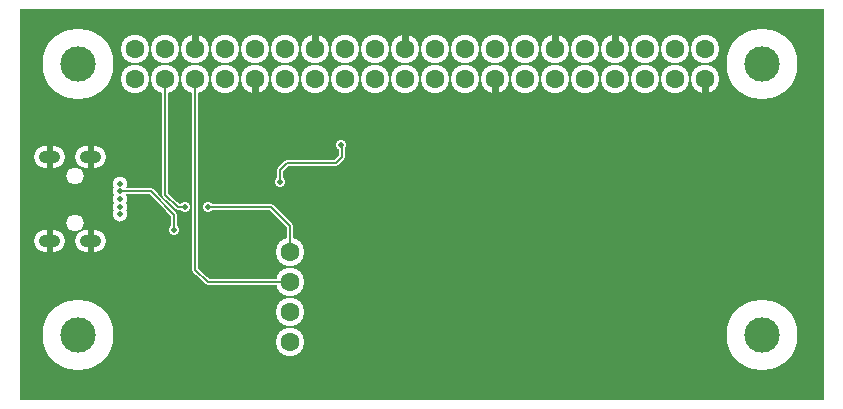
<source format=gbr>
%FSLAX34Y34*%
%MOMM*%
%LNSILK_TOP*%
G71*
G01*
%ADD10C, 0.00*%
%ADD11C, 6.00*%
%ADD12C, 2.40*%
%ADD13C, 1.30*%
%ADD14C, 0.90*%
%ADD15C, 0.55*%
%ADD16C, 1.85*%
%ADD17C, 1.46*%
%ADD18C, 0.50*%
%ADD19C, 0.53*%
%ADD20C, 3.00*%
%ADD21C, 1.60*%
%ADD22C, 0.50*%
%ADD23C, 0.15*%
%ADD24C, 1.05*%
%LPD*%
G54D10*
X0Y1000000D02*
X680000Y1000000D01*
X680000Y670000D01*
X0Y670000D01*
X0Y1000000D01*
G36*
X0Y1000000D02*
X680000Y1000000D01*
X680000Y670000D01*
X0Y670000D01*
X0Y1000000D01*
G37*
%LPC*%
X48816Y954088D02*
G54D11*
D03*
X628253Y724694D02*
G54D11*
D03*
X48816Y724694D02*
G54D11*
D03*
X628253Y954088D02*
G54D11*
D03*
X580231Y966788D02*
G54D12*
D03*
X580230Y941384D02*
G54D12*
D03*
X554831Y966788D02*
G54D12*
D03*
X554831Y941388D02*
G54D12*
D03*
X529431Y966788D02*
G54D12*
D03*
X529431Y941388D02*
G54D12*
D03*
X504030Y966784D02*
G54D12*
D03*
X504031Y941388D02*
G54D12*
D03*
X478631Y966788D02*
G54D12*
D03*
X478631Y941388D02*
G54D12*
D03*
X453230Y966784D02*
G54D12*
D03*
X453231Y941388D02*
G54D12*
D03*
X427831Y966788D02*
G54D12*
D03*
X427831Y941388D02*
G54D12*
D03*
X402431Y966788D02*
G54D12*
D03*
X402430Y941384D02*
G54D12*
D03*
X377031Y966788D02*
G54D12*
D03*
X377031Y941388D02*
G54D12*
D03*
X351631Y966788D02*
G54D12*
D03*
X351631Y941388D02*
G54D12*
D03*
X326230Y966784D02*
G54D12*
D03*
X326231Y941388D02*
G54D12*
D03*
X300831Y966788D02*
G54D12*
D03*
X300831Y941388D02*
G54D12*
D03*
X275431Y966788D02*
G54D12*
D03*
X275431Y941388D02*
G54D12*
D03*
X250030Y966784D02*
G54D12*
D03*
X250031Y941388D02*
G54D12*
D03*
X224631Y966788D02*
G54D12*
D03*
X224631Y941388D02*
G54D12*
D03*
X199231Y966788D02*
G54D12*
D03*
X199230Y941384D02*
G54D12*
D03*
X173831Y966788D02*
G54D12*
D03*
X173831Y941388D02*
G54D12*
D03*
X148430Y966784D02*
G54D12*
D03*
X123031Y966788D02*
G54D12*
D03*
X97631Y966788D02*
G54D12*
D03*
X148431Y941388D02*
G54D12*
D03*
X123031Y941388D02*
G54D12*
D03*
X97631Y941388D02*
G54D12*
D03*
X84733Y845939D02*
G54D13*
D03*
X84733Y839391D02*
G54D13*
D03*
X271859Y885627D02*
G54D14*
D03*
X219869Y853678D02*
G54D14*
D03*
X84733Y852488D02*
G54D13*
D03*
X84733Y833041D02*
G54D13*
D03*
X84733Y826492D02*
G54D13*
D03*
G54D15*
X219869Y853678D02*
X219869Y863997D01*
X226219Y870347D01*
X267494Y870347D01*
X272256Y875109D01*
X272256Y885230D01*
X271859Y885627D01*
X139700Y832644D02*
G54D14*
D03*
X158750Y832644D02*
G54D14*
D03*
G54D15*
X148431Y941388D02*
X148431Y779462D01*
X158750Y769144D01*
X228600Y769144D01*
X228600Y794544D02*
G54D12*
D03*
X228600Y769144D02*
G54D12*
D03*
X228600Y743744D02*
G54D12*
D03*
X228600Y718344D02*
G54D12*
D03*
G54D15*
X123031Y941388D02*
X123031Y842962D01*
X133350Y832644D01*
X139700Y832644D01*
G54D15*
X158750Y832644D02*
X212725Y832644D01*
X228600Y816769D01*
X228600Y794544D01*
X130200Y813569D02*
G54D14*
D03*
G54D15*
X84733Y845939D02*
X110530Y845939D01*
X130175Y826294D01*
X130175Y813594D01*
X130200Y813569D01*
X21034Y875109D02*
G54D16*
D03*
X28972Y875109D02*
G54D16*
D03*
X28972Y803672D02*
G54D16*
D03*
X21034Y803672D02*
G54D16*
D03*
X63500Y875109D02*
G54D16*
D03*
X55562Y875109D02*
G54D16*
D03*
X63500Y803672D02*
G54D16*
D03*
X55562Y803672D02*
G54D16*
D03*
X59531Y875109D02*
G54D16*
D03*
X59531Y803672D02*
G54D16*
D03*
X25003Y803672D02*
G54D16*
D03*
X25003Y875109D02*
G54D16*
D03*
X46236Y859433D02*
G54D17*
D03*
X46236Y819348D02*
G54D17*
D03*
X63302Y875109D02*
G54D16*
D03*
X63103Y875109D02*
G54D16*
D03*
X62905Y875109D02*
G54D16*
D03*
X62706Y875109D02*
G54D16*
D03*
X62508Y875109D02*
G54D16*
D03*
X62309Y875109D02*
G54D16*
D03*
X62111Y875109D02*
G54D16*
D03*
X61912Y875109D02*
G54D16*
D03*
X61714Y875109D02*
G54D16*
D03*
X61516Y875109D02*
G54D16*
D03*
X61317Y875109D02*
G54D16*
D03*
X61119Y875109D02*
G54D16*
D03*
X60920Y875109D02*
G54D16*
D03*
X60722Y875109D02*
G54D16*
D03*
X60523Y875109D02*
G54D16*
D03*
X60325Y875109D02*
G54D16*
D03*
X60127Y875109D02*
G54D16*
D03*
X59928Y875109D02*
G54D16*
D03*
X59730Y875109D02*
G54D16*
D03*
X59333Y875109D02*
G54D16*
D03*
X59134Y875109D02*
G54D16*
D03*
X58936Y875109D02*
G54D16*
D03*
X58738Y875109D02*
G54D16*
D03*
X58539Y875109D02*
G54D16*
D03*
X58341Y875109D02*
G54D16*
D03*
X58142Y875109D02*
G54D16*
D03*
X57944Y875109D02*
G54D16*
D03*
X57745Y875109D02*
G54D16*
D03*
X57547Y875109D02*
G54D16*
D03*
X57348Y875109D02*
G54D16*
D03*
X57150Y875109D02*
G54D16*
D03*
X55761Y875109D02*
G54D16*
D03*
X55959Y875109D02*
G54D16*
D03*
X56158Y875109D02*
G54D16*
D03*
X56356Y875109D02*
G54D16*
D03*
X56555Y875109D02*
G54D16*
D03*
X56753Y875109D02*
G54D16*
D03*
X63302Y803672D02*
G54D16*
D03*
X63103Y803672D02*
G54D16*
D03*
X62905Y803672D02*
G54D16*
D03*
X62706Y803672D02*
G54D16*
D03*
X62508Y803672D02*
G54D16*
D03*
X62309Y803672D02*
G54D16*
D03*
X62111Y803672D02*
G54D16*
D03*
X61912Y803672D02*
G54D16*
D03*
X61714Y803672D02*
G54D16*
D03*
X61516Y803672D02*
G54D16*
D03*
X61317Y803672D02*
G54D16*
D03*
X61119Y803672D02*
G54D16*
D03*
X60920Y803672D02*
G54D16*
D03*
X60722Y803672D02*
G54D16*
D03*
X60523Y803672D02*
G54D16*
D03*
X60325Y803672D02*
G54D16*
D03*
X60127Y803672D02*
G54D16*
D03*
X59928Y803672D02*
G54D16*
D03*
X55761Y803672D02*
G54D16*
D03*
X55959Y803672D02*
G54D16*
D03*
X56158Y803672D02*
G54D16*
D03*
X56356Y803672D02*
G54D16*
D03*
X56555Y803672D02*
G54D16*
D03*
X56753Y803672D02*
G54D16*
D03*
X56952Y803672D02*
G54D16*
D03*
X57150Y803672D02*
G54D16*
D03*
X57348Y803672D02*
G54D16*
D03*
X57547Y803672D02*
G54D16*
D03*
X57745Y803672D02*
G54D16*
D03*
X57944Y803672D02*
G54D16*
D03*
X58142Y803672D02*
G54D16*
D03*
X58341Y803672D02*
G54D16*
D03*
X58539Y803672D02*
G54D16*
D03*
X58539Y803672D02*
G54D16*
D03*
X58738Y803672D02*
G54D16*
D03*
X58936Y803672D02*
G54D16*
D03*
X59134Y803672D02*
G54D16*
D03*
X28972Y875109D02*
G54D16*
D03*
X21034Y875109D02*
G54D16*
D03*
X25003Y875109D02*
G54D16*
D03*
X28773Y875109D02*
G54D16*
D03*
X28575Y875109D02*
G54D16*
D03*
X28377Y875109D02*
G54D16*
D03*
X28178Y875109D02*
G54D16*
D03*
X27980Y875109D02*
G54D16*
D03*
X27781Y875109D02*
G54D16*
D03*
X27583Y875109D02*
G54D16*
D03*
X27384Y875109D02*
G54D16*
D03*
X27186Y875109D02*
G54D16*
D03*
X26988Y875109D02*
G54D16*
D03*
X26789Y875109D02*
G54D16*
D03*
X26591Y875109D02*
G54D16*
D03*
X26392Y875109D02*
G54D16*
D03*
X26194Y875109D02*
G54D16*
D03*
X25995Y875109D02*
G54D16*
D03*
X25797Y875109D02*
G54D16*
D03*
X25598Y875109D02*
G54D16*
D03*
X25400Y875109D02*
G54D16*
D03*
X25202Y875109D02*
G54D16*
D03*
X24805Y875109D02*
G54D16*
D03*
X24606Y875109D02*
G54D16*
D03*
X24408Y875109D02*
G54D16*
D03*
X24209Y875109D02*
G54D16*
D03*
X24011Y875109D02*
G54D16*
D03*
X23812Y875109D02*
G54D16*
D03*
X23614Y875109D02*
G54D16*
D03*
X23416Y875109D02*
G54D16*
D03*
X23217Y875109D02*
G54D16*
D03*
X23019Y875109D02*
G54D16*
D03*
X22820Y875109D02*
G54D16*
D03*
X22622Y875109D02*
G54D16*
D03*
X21233Y875109D02*
G54D16*
D03*
X21431Y875109D02*
G54D16*
D03*
X21630Y875109D02*
G54D16*
D03*
X21828Y875109D02*
G54D16*
D03*
X22027Y875109D02*
G54D16*
D03*
X22225Y875109D02*
G54D16*
D03*
X28972Y803672D02*
G54D16*
D03*
X21034Y803672D02*
G54D16*
D03*
X25003Y803672D02*
G54D16*
D03*
X28773Y803672D02*
G54D16*
D03*
X28575Y803672D02*
G54D16*
D03*
X28377Y803672D02*
G54D16*
D03*
X28178Y803672D02*
G54D16*
D03*
X27980Y803672D02*
G54D16*
D03*
X27781Y803672D02*
G54D16*
D03*
X27583Y803672D02*
G54D16*
D03*
X27384Y803672D02*
G54D16*
D03*
X27186Y803672D02*
G54D16*
D03*
X26988Y803672D02*
G54D16*
D03*
X26789Y803672D02*
G54D16*
D03*
X26591Y803672D02*
G54D16*
D03*
X26392Y803672D02*
G54D16*
D03*
X26194Y803672D02*
G54D16*
D03*
X25995Y803672D02*
G54D16*
D03*
X25797Y803672D02*
G54D16*
D03*
X25598Y803672D02*
G54D16*
D03*
X25400Y803672D02*
G54D16*
D03*
X21233Y803672D02*
G54D16*
D03*
X21431Y803672D02*
G54D16*
D03*
X21630Y803672D02*
G54D16*
D03*
X21828Y803672D02*
G54D16*
D03*
X22027Y803672D02*
G54D16*
D03*
X22225Y803672D02*
G54D16*
D03*
X22423Y803672D02*
G54D16*
D03*
X22622Y803672D02*
G54D16*
D03*
X22820Y803672D02*
G54D16*
D03*
X23019Y803672D02*
G54D16*
D03*
X23217Y803672D02*
G54D16*
D03*
X23416Y803672D02*
G54D16*
D03*
X23614Y803672D02*
G54D16*
D03*
X23812Y803672D02*
G54D16*
D03*
X24011Y803672D02*
G54D16*
D03*
X24011Y803672D02*
G54D16*
D03*
X24209Y803672D02*
G54D16*
D03*
X24408Y803672D02*
G54D16*
D03*
X24606Y803672D02*
G54D16*
D03*
G54D18*
X25400Y885031D02*
X25400Y865981D01*
G54D18*
X60325Y885031D02*
X60325Y864394D01*
G54D18*
X25400Y794544D02*
X25400Y813594D01*
G54D18*
X60325Y794544D02*
X60325Y813594D01*
X21828Y875109D02*
G54D16*
D03*
X22622Y875109D02*
G54D16*
D03*
X23416Y875109D02*
G54D16*
D03*
X24209Y875109D02*
G54D16*
D03*
X25003Y875109D02*
G54D16*
D03*
X25797Y875109D02*
G54D16*
D03*
X26591Y875109D02*
G54D16*
D03*
X27384Y875109D02*
G54D16*
D03*
X28178Y875109D02*
G54D16*
D03*
X56356Y875109D02*
G54D16*
D03*
X57150Y875109D02*
G54D16*
D03*
X57944Y875109D02*
G54D16*
D03*
X58738Y875109D02*
G54D16*
D03*
X59531Y875109D02*
G54D16*
D03*
X60325Y875109D02*
G54D16*
D03*
X61119Y875109D02*
G54D16*
D03*
X61912Y875109D02*
G54D16*
D03*
X62706Y875109D02*
G54D16*
D03*
X63500Y875109D02*
G54D16*
D03*
X28972Y875109D02*
G54D16*
D03*
X21034Y803672D02*
G54D16*
D03*
X21828Y803672D02*
G54D16*
D03*
X22622Y803672D02*
G54D16*
D03*
X23416Y803672D02*
G54D16*
D03*
X24209Y803672D02*
G54D16*
D03*
X25003Y803672D02*
G54D16*
D03*
X25797Y803672D02*
G54D16*
D03*
X26591Y803672D02*
G54D16*
D03*
X27384Y803672D02*
G54D16*
D03*
X28178Y803672D02*
G54D16*
D03*
X28972Y803672D02*
G54D16*
D03*
X55562Y803672D02*
G54D16*
D03*
X56356Y803672D02*
G54D16*
D03*
X57150Y803672D02*
G54D16*
D03*
X57944Y803672D02*
G54D16*
D03*
X58738Y803672D02*
G54D16*
D03*
X59531Y803672D02*
G54D16*
D03*
X60325Y803672D02*
G54D16*
D03*
X61119Y803672D02*
G54D16*
D03*
X61912Y803672D02*
G54D16*
D03*
X62706Y803672D02*
G54D16*
D03*
X63500Y803672D02*
G54D16*
D03*
X21034Y875109D02*
G54D16*
D03*
X28972Y875109D02*
G54D16*
D03*
X55562Y875109D02*
G54D16*
D03*
%LPD*%
G54D19*
G36*
X582897Y941384D02*
X582897Y928884D01*
X577563Y928884D01*
X577563Y941384D01*
X582897Y941384D01*
G37*
G54D19*
G36*
X501363Y966784D02*
X501363Y979284D01*
X506697Y979284D01*
X506697Y966784D01*
X501363Y966784D01*
G37*
G54D19*
G36*
X450563Y966784D02*
X450563Y979284D01*
X455897Y979284D01*
X455897Y966784D01*
X450563Y966784D01*
G37*
G54D19*
G36*
X405097Y941384D02*
X405097Y928884D01*
X399763Y928884D01*
X399763Y941384D01*
X405097Y941384D01*
G37*
G54D19*
G36*
X323563Y966784D02*
X323563Y979284D01*
X328897Y979284D01*
X328897Y966784D01*
X323563Y966784D01*
G37*
G54D19*
G36*
X247363Y966784D02*
X247363Y979284D01*
X252697Y979284D01*
X252697Y966784D01*
X247363Y966784D01*
G37*
G54D19*
G36*
X201897Y941384D02*
X201897Y928884D01*
X196563Y928884D01*
X196563Y941384D01*
X201897Y941384D01*
G37*
G54D19*
G36*
X145763Y966784D02*
X145763Y979284D01*
X151097Y979284D01*
X151097Y966784D01*
X145763Y966784D01*
G37*
X48816Y954088D02*
G54D20*
D03*
X628253Y724694D02*
G54D20*
D03*
X48816Y724694D02*
G54D20*
D03*
X628253Y954088D02*
G54D20*
D03*
X580231Y966788D02*
G54D21*
D03*
X580230Y941384D02*
G54D21*
D03*
X554831Y966788D02*
G54D21*
D03*
X554831Y941388D02*
G54D21*
D03*
X529431Y966788D02*
G54D21*
D03*
X529431Y941388D02*
G54D21*
D03*
X504030Y966784D02*
G54D21*
D03*
X504031Y941388D02*
G54D21*
D03*
X478631Y966788D02*
G54D21*
D03*
X478631Y941388D02*
G54D21*
D03*
X453230Y966784D02*
G54D21*
D03*
X453231Y941388D02*
G54D21*
D03*
X427831Y966788D02*
G54D21*
D03*
X427831Y941388D02*
G54D21*
D03*
X402431Y966788D02*
G54D21*
D03*
X402430Y941384D02*
G54D21*
D03*
X377031Y966788D02*
G54D21*
D03*
X377031Y941388D02*
G54D21*
D03*
X351631Y966788D02*
G54D21*
D03*
X351631Y941388D02*
G54D21*
D03*
X326230Y966784D02*
G54D21*
D03*
X326231Y941388D02*
G54D21*
D03*
X300831Y966788D02*
G54D21*
D03*
X300831Y941388D02*
G54D21*
D03*
X275431Y966788D02*
G54D21*
D03*
X275431Y941388D02*
G54D21*
D03*
X250030Y966784D02*
G54D21*
D03*
X250031Y941388D02*
G54D21*
D03*
X224631Y966788D02*
G54D21*
D03*
X224631Y941388D02*
G54D21*
D03*
X199231Y966788D02*
G54D21*
D03*
X199230Y941384D02*
G54D21*
D03*
X173831Y966788D02*
G54D21*
D03*
X173831Y941388D02*
G54D21*
D03*
X148430Y966784D02*
G54D21*
D03*
X123031Y966788D02*
G54D21*
D03*
X97631Y966788D02*
G54D21*
D03*
X148431Y941388D02*
G54D21*
D03*
X123031Y941388D02*
G54D21*
D03*
X97631Y941388D02*
G54D21*
D03*
X84733Y845939D02*
G54D22*
D03*
X84733Y839391D02*
G54D22*
D03*
X271859Y885627D02*
G54D22*
D03*
X219869Y853678D02*
G54D22*
D03*
X84733Y852488D02*
G54D22*
D03*
X84733Y833041D02*
G54D22*
D03*
X84733Y826492D02*
G54D22*
D03*
G54D23*
X219869Y853678D02*
X219869Y863997D01*
X226219Y870347D01*
X267494Y870347D01*
X272256Y875109D01*
X272256Y885230D01*
X271859Y885627D01*
X139700Y832644D02*
G54D22*
D03*
X158750Y832644D02*
G54D22*
D03*
G54D23*
X148431Y941388D02*
X148431Y779462D01*
X158750Y769144D01*
X228600Y769144D01*
X228600Y794544D02*
G54D21*
D03*
X228600Y769144D02*
G54D21*
D03*
X228600Y743744D02*
G54D21*
D03*
X228600Y718344D02*
G54D21*
D03*
G54D23*
X123031Y941388D02*
X123031Y842962D01*
X133350Y832644D01*
X139700Y832644D01*
G54D23*
X158750Y832644D02*
X212725Y832644D01*
X228600Y816769D01*
X228600Y794544D01*
X130200Y813569D02*
G54D22*
D03*
G54D23*
X84733Y845939D02*
X110530Y845939D01*
X130175Y826294D01*
X130175Y813594D01*
X130200Y813569D01*
X21034Y875109D02*
G54D24*
D03*
X28972Y875109D02*
G54D24*
D03*
X28972Y803672D02*
G54D24*
D03*
X21034Y803672D02*
G54D24*
D03*
X63500Y875109D02*
G54D24*
D03*
X55562Y875109D02*
G54D24*
D03*
X63500Y803672D02*
G54D24*
D03*
X55562Y803672D02*
G54D24*
D03*
X59531Y875109D02*
G54D24*
D03*
X59531Y803672D02*
G54D24*
D03*
X25003Y803672D02*
G54D24*
D03*
X25003Y875109D02*
G54D24*
D03*
X63302Y875109D02*
G54D24*
D03*
X63103Y875109D02*
G54D24*
D03*
X62905Y875109D02*
G54D24*
D03*
X62706Y875109D02*
G54D24*
D03*
X62508Y875109D02*
G54D24*
D03*
X62309Y875109D02*
G54D24*
D03*
X62111Y875109D02*
G54D24*
D03*
X61912Y875109D02*
G54D24*
D03*
X61714Y875109D02*
G54D24*
D03*
X61516Y875109D02*
G54D24*
D03*
X61317Y875109D02*
G54D24*
D03*
X61119Y875109D02*
G54D24*
D03*
X60920Y875109D02*
G54D24*
D03*
X60722Y875109D02*
G54D24*
D03*
X60523Y875109D02*
G54D24*
D03*
X60325Y875109D02*
G54D24*
D03*
X60127Y875109D02*
G54D24*
D03*
X59928Y875109D02*
G54D24*
D03*
X59730Y875109D02*
G54D24*
D03*
X59333Y875109D02*
G54D24*
D03*
X59134Y875109D02*
G54D24*
D03*
X58936Y875109D02*
G54D24*
D03*
X58738Y875109D02*
G54D24*
D03*
X58539Y875109D02*
G54D24*
D03*
X58341Y875109D02*
G54D24*
D03*
X58142Y875109D02*
G54D24*
D03*
X57944Y875109D02*
G54D24*
D03*
X57745Y875109D02*
G54D24*
D03*
X57547Y875109D02*
G54D24*
D03*
X57348Y875109D02*
G54D24*
D03*
X57150Y875109D02*
G54D24*
D03*
X55761Y875109D02*
G54D24*
D03*
X55959Y875109D02*
G54D24*
D03*
X56158Y875109D02*
G54D24*
D03*
X56356Y875109D02*
G54D24*
D03*
X56555Y875109D02*
G54D24*
D03*
X56753Y875109D02*
G54D24*
D03*
X63302Y803672D02*
G54D24*
D03*
X63103Y803672D02*
G54D24*
D03*
X62905Y803672D02*
G54D24*
D03*
X62706Y803672D02*
G54D24*
D03*
X62508Y803672D02*
G54D24*
D03*
X62309Y803672D02*
G54D24*
D03*
X62111Y803672D02*
G54D24*
D03*
X61912Y803672D02*
G54D24*
D03*
X61714Y803672D02*
G54D24*
D03*
X61516Y803672D02*
G54D24*
D03*
X61317Y803672D02*
G54D24*
D03*
X61119Y803672D02*
G54D24*
D03*
X60920Y803672D02*
G54D24*
D03*
X60722Y803672D02*
G54D24*
D03*
X60523Y803672D02*
G54D24*
D03*
X60325Y803672D02*
G54D24*
D03*
X60127Y803672D02*
G54D24*
D03*
X59928Y803672D02*
G54D24*
D03*
X55761Y803672D02*
G54D24*
D03*
X55959Y803672D02*
G54D24*
D03*
X56158Y803672D02*
G54D24*
D03*
X56356Y803672D02*
G54D24*
D03*
X56555Y803672D02*
G54D24*
D03*
X56753Y803672D02*
G54D24*
D03*
X56952Y803672D02*
G54D24*
D03*
X57150Y803672D02*
G54D24*
D03*
X57348Y803672D02*
G54D24*
D03*
X57547Y803672D02*
G54D24*
D03*
X57745Y803672D02*
G54D24*
D03*
X57944Y803672D02*
G54D24*
D03*
X58142Y803672D02*
G54D24*
D03*
X58341Y803672D02*
G54D24*
D03*
X58539Y803672D02*
G54D24*
D03*
X58539Y803672D02*
G54D24*
D03*
X58738Y803672D02*
G54D24*
D03*
X58936Y803672D02*
G54D24*
D03*
X59134Y803672D02*
G54D24*
D03*
X28972Y875109D02*
G54D24*
D03*
X21034Y875109D02*
G54D24*
D03*
X25003Y875109D02*
G54D24*
D03*
X28773Y875109D02*
G54D24*
D03*
X28575Y875109D02*
G54D24*
D03*
X28377Y875109D02*
G54D24*
D03*
X28178Y875109D02*
G54D24*
D03*
X27980Y875109D02*
G54D24*
D03*
X27781Y875109D02*
G54D24*
D03*
X27583Y875109D02*
G54D24*
D03*
X27384Y875109D02*
G54D24*
D03*
X27186Y875109D02*
G54D24*
D03*
X26988Y875109D02*
G54D24*
D03*
X26789Y875109D02*
G54D24*
D03*
X26591Y875109D02*
G54D24*
D03*
X26392Y875109D02*
G54D24*
D03*
X26194Y875109D02*
G54D24*
D03*
X25995Y875109D02*
G54D24*
D03*
X25797Y875109D02*
G54D24*
D03*
X25598Y875109D02*
G54D24*
D03*
X25400Y875109D02*
G54D24*
D03*
X25202Y875109D02*
G54D24*
D03*
X24805Y875109D02*
G54D24*
D03*
X24606Y875109D02*
G54D24*
D03*
X24408Y875109D02*
G54D24*
D03*
X24209Y875109D02*
G54D24*
D03*
X24011Y875109D02*
G54D24*
D03*
X23812Y875109D02*
G54D24*
D03*
X23614Y875109D02*
G54D24*
D03*
X23416Y875109D02*
G54D24*
D03*
X23217Y875109D02*
G54D24*
D03*
X23019Y875109D02*
G54D24*
D03*
X22820Y875109D02*
G54D24*
D03*
X22622Y875109D02*
G54D24*
D03*
X21233Y875109D02*
G54D24*
D03*
X21431Y875109D02*
G54D24*
D03*
X21630Y875109D02*
G54D24*
D03*
X21828Y875109D02*
G54D24*
D03*
X22027Y875109D02*
G54D24*
D03*
X22225Y875109D02*
G54D24*
D03*
X28972Y803672D02*
G54D24*
D03*
X21034Y803672D02*
G54D24*
D03*
X25003Y803672D02*
G54D24*
D03*
X28773Y803672D02*
G54D24*
D03*
X28575Y803672D02*
G54D24*
D03*
X28377Y803672D02*
G54D24*
D03*
X28178Y803672D02*
G54D24*
D03*
X27980Y803672D02*
G54D24*
D03*
X27781Y803672D02*
G54D24*
D03*
X27583Y803672D02*
G54D24*
D03*
X27384Y803672D02*
G54D24*
D03*
X27186Y803672D02*
G54D24*
D03*
X26988Y803672D02*
G54D24*
D03*
X26789Y803672D02*
G54D24*
D03*
X26591Y803672D02*
G54D24*
D03*
X26392Y803672D02*
G54D24*
D03*
X26194Y803672D02*
G54D24*
D03*
X25995Y803672D02*
G54D24*
D03*
X25797Y803672D02*
G54D24*
D03*
X25598Y803672D02*
G54D24*
D03*
X25400Y803672D02*
G54D24*
D03*
X21233Y803672D02*
G54D24*
D03*
X21431Y803672D02*
G54D24*
D03*
X21630Y803672D02*
G54D24*
D03*
X21828Y803672D02*
G54D24*
D03*
X22027Y803672D02*
G54D24*
D03*
X22225Y803672D02*
G54D24*
D03*
X22423Y803672D02*
G54D24*
D03*
X22622Y803672D02*
G54D24*
D03*
X22820Y803672D02*
G54D24*
D03*
X23019Y803672D02*
G54D24*
D03*
X23217Y803672D02*
G54D24*
D03*
X23416Y803672D02*
G54D24*
D03*
X23614Y803672D02*
G54D24*
D03*
X23812Y803672D02*
G54D24*
D03*
X24011Y803672D02*
G54D24*
D03*
X24011Y803672D02*
G54D24*
D03*
X24209Y803672D02*
G54D24*
D03*
X24408Y803672D02*
G54D24*
D03*
X24606Y803672D02*
G54D24*
D03*
G54D18*
X25400Y885031D02*
X25400Y865981D01*
G54D18*
X60325Y885031D02*
X60325Y864394D01*
G54D18*
X25400Y794544D02*
X25400Y813594D01*
G54D18*
X60325Y794544D02*
X60325Y813594D01*
X21828Y875109D02*
G54D24*
D03*
X22622Y875109D02*
G54D24*
D03*
X23416Y875109D02*
G54D24*
D03*
X24209Y875109D02*
G54D24*
D03*
X25003Y875109D02*
G54D24*
D03*
X25797Y875109D02*
G54D24*
D03*
X26591Y875109D02*
G54D24*
D03*
X27384Y875109D02*
G54D24*
D03*
X28178Y875109D02*
G54D24*
D03*
X56356Y875109D02*
G54D24*
D03*
X57150Y875109D02*
G54D24*
D03*
X57944Y875109D02*
G54D24*
D03*
X58738Y875109D02*
G54D24*
D03*
X59531Y875109D02*
G54D24*
D03*
X60325Y875109D02*
G54D24*
D03*
X61119Y875109D02*
G54D24*
D03*
X61912Y875109D02*
G54D24*
D03*
X62706Y875109D02*
G54D24*
D03*
X63500Y875109D02*
G54D24*
D03*
X28972Y875109D02*
G54D24*
D03*
X21034Y803672D02*
G54D24*
D03*
X21828Y803672D02*
G54D24*
D03*
X22622Y803672D02*
G54D24*
D03*
X23416Y803672D02*
G54D24*
D03*
X24209Y803672D02*
G54D24*
D03*
X25003Y803672D02*
G54D24*
D03*
X25797Y803672D02*
G54D24*
D03*
X26591Y803672D02*
G54D24*
D03*
X27384Y803672D02*
G54D24*
D03*
X28178Y803672D02*
G54D24*
D03*
X28972Y803672D02*
G54D24*
D03*
X55562Y803672D02*
G54D24*
D03*
X56356Y803672D02*
G54D24*
D03*
X57150Y803672D02*
G54D24*
D03*
X57944Y803672D02*
G54D24*
D03*
X58738Y803672D02*
G54D24*
D03*
X59531Y803672D02*
G54D24*
D03*
X60325Y803672D02*
G54D24*
D03*
X61119Y803672D02*
G54D24*
D03*
X61912Y803672D02*
G54D24*
D03*
X62706Y803672D02*
G54D24*
D03*
X63500Y803672D02*
G54D24*
D03*
X21034Y875109D02*
G54D24*
D03*
X28972Y875109D02*
G54D24*
D03*
X55562Y875109D02*
G54D24*
D03*
M02*

</source>
